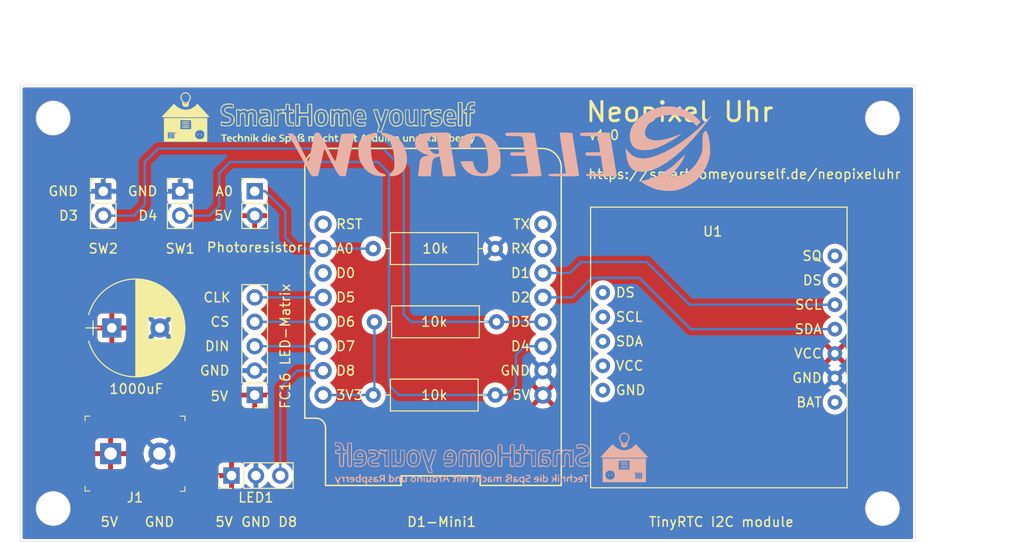
<source format=kicad_pcb>
(kicad_pcb (version 20241229) (generator "pcbnew") (generator_version "9.0")
  (layers (0 "F.Cu" signal) (2 "B.Cu" signal) (13 "F.Paste" user) (15 "B.Paste" user) (5 "F.SilkS" user) (7 "B.SilkS" user) (1 "F.Mask" user) (3 "B.Mask" user) (25 "Edge.Cuts" user))
  (net 0 "")
  (net 1 "GND")
  (net 2 "5V")
  (net 3 "Photoresistor")
  (net 4 "3.3V")
  (net 5 "LED-Matrix-CLK")
  (net 6 "LED-Matrix-CS")
  (net 7 "LED-Matrix-DIN")
  (net 8 "Taster-1")
  (net 9 "Taster-2")
  (net 10 "Net-(U1-Pad1)")
  (net 11 "Net-(U1-Pad2)")
  (net 12 "Net-(U1-Pad3)")
  (net 13 "Net-(U1-Pad4)")
  (net 14 "Net-(U1-Pad5)")
  (net 15 "Net-(U1-Pad6)")
  (net 16 "RTC-SCL")
  (net 17 "RTC-SDA")
  (net 18 "Neopixel-Ring")
  (net 19 "Net-(D1-Mini1-Pad3)")
  (net 20 "Net-(D1-Mini1-Pad15)")
  (net 21 "Net-(D1-Mini1-Pad1)")
  (net 22 "Net-(D1-Mini1-Pad16)")
  (net 23 "Net-(U1-Pad7)")
  (net 24 "Net-(U1-Pad12)")
  (footprint "Capacitors_THT:CP_Radial_D10.0mm_P5.00mm" (layer "F.Cu") (at 116.967 111.887)
    (property "Reference" "1000uF" (at 2.54 6.35 0) (layer "F.SilkS"))
    (property "Value" "CP")
    (pad "1" thru_hole rect (at 0 0) (size 2 2) (drill 1) (layers "*.Cu" "*.Mask") (net 2 "5V"))
    (pad "2" thru_hole circle (at 5 0) (size 2 2) (drill 1) (layers "*.Cu" "*.Mask") (net 1 "GND"))
  )
  (footprint "Resistors_THT:R_Axial_DIN0309_L9.0mm_D3.2mm_P12.70mm_Horizontal" (layer "F.Cu") (at 156.845 103.632 180)
    (property "Reference" "10k" (at 6.223 0 0) (layer "F.SilkS"))
    (property "Value" "R")
    (pad "1" thru_hole circle (at 0 0 180) (size 1.6 1.6) (drill 0.8) (layers "*.Cu" "*.Mask") (net 1 "GND"))
    (pad "2" thru_hole oval (at 12.7 0 180) (size 1.6 1.6) (drill 0.8) (layers "*.Cu" "*.Mask") (net 3 "Photoresistor"))
  )
  (footprint "Resistors_THT:R_Axial_DIN0309_L9.0mm_D3.2mm_P12.70mm_Horizontal" (layer "F.Cu") (at 144.145 118.872)
    (property "Reference" "10k" (at 6.35 0 0) (layer "F.SilkS"))
    (property "Value" "R")
    (pad "1" thru_hole circle (at 0 0) (size 1.6 1.6) (drill 0.8) (layers "*.Cu" "*.Mask") (net 4 "3.3V"))
    (pad "2" thru_hole oval (at 12.7 0) (size 1.6 1.6) (drill 0.8) (layers "*.Cu" "*.Mask") (net 8 "Taster-1"))
  )
  (footprint "Resistors_THT:R_Axial_DIN0309_L9.0mm_D3.2mm_P12.70mm_Horizontal" (layer "F.Cu") (at 144.272 111.252)
    (property "Reference" "10k" (at 6.223 0 0) (layer "F.SilkS"))
    (property "Value" "R")
    (pad "1" thru_hole circle (at 0 0) (size 1.6 1.6) (drill 0.8) (layers "*.Cu" "*.Mask") (net 4 "3.3V"))
    (pad "2" thru_hole oval (at 12.7 0) (size 1.6 1.6) (drill 0.8) (layers "*.Cu" "*.Mask") (net 9 "Taster-2"))
  )
  (footprint "wemos-d1-mini:wemos-d1-mini-connectors-only" (layer "F.Cu") (at 150.368 109.982 90)
    (property "Reference" "D1-Mini1" (at -22.098 0.889 0) (layer "F.SilkS"))
    (property "Value" "WeMos_D1_mini")
    (fp_text user "RX" (at 6.35 10.16 0) (layer "F.SilkS") (effects (justify right)))
    (fp_text user "D0" (at 3.81 -10.16 0) (layer "F.SilkS") (effects (justify left)))
    (fp_text user "D1" (at 3.81 10.16 0) (layer "F.SilkS") (effects (justify right)))
    (fp_text user "RST" (at 8.89 -10.16 0) (layer "F.SilkS") (effects (justify left)))
    (fp_text user "D7" (at -3.81 -10.16 0) (layer "F.SilkS") (effects (justify left)))
    (fp_text user "D6" (at -1.27 -10.16 0) (layer "F.SilkS") (effects (justify left)))
    (fp_text user "D4" (at -3.81 10.16 0) (layer "F.SilkS") (effects (justify right)))
    (fp_text user "D3" (at -1.27 10.16 0) (layer "F.SilkS") (effects (justify right)))
    (fp_text user "TX" (at 8.89 10.16 0) (layer "F.SilkS") (effects (justify right)))
    (fp_text user "5V" (at -8.89 10.16 0) (layer "F.SilkS") (effects (justify right)))
    (fp_text user "D8" (at -6.35 -10.16 0) (layer "F.SilkS") (effects (justify left)))
    (fp_text user "A0" (at 6.35 -10.16 0) (layer "F.SilkS") (effects (justify left)))
    (fp_text user "GND" (at -6.35 10.16 0) (layer "F.SilkS") (effects (justify right)))
    (fp_text user "D5" (at 1.27 -10.16 0) (layer "F.SilkS") (effects (justify left)))
    (fp_text user "D2" (at 1.27 10.16 0) (layer "F.SilkS") (effects (justify right)))
    (fp_text user "3V3" (at -8.89 -10.16 0) (layer "F.SilkS") (effects (justify left)))
    (pad "1" thru_hole circle (at 8.89 -11.43 90) (size 1.8 1.8) (drill 1.016) (layers "*.Cu" "*.Mask") (net 21 "Net-(D1-Mini1-Pad1)"))
    (pad "2" thru_hole circle (at 6.35 -11.43 90) (size 1.8 1.8) (drill 1.016) (layers "*.Cu" "*.Mask") (net 3 "Photoresistor"))
    (pad "3" thru_hole circle (at 3.81 -11.43 90) (size 1.8 1.8) (drill 1.016) (layers "*.Cu" "*.Mask") (net 19 "Net-(D1-Mini1-Pad3)"))
    (pad "4" thru_hole circle (at 1.27 -11.43 90) (size 1.8 1.8) (drill 1.016) (layers "*.Cu" "*.Mask") (net 5 "LED-Matrix-CLK"))
    (pad "5" thru_hole circle (at -1.27 -11.43 90) (size 1.8 1.8) (drill 1.016) (layers "*.Cu" "*.Mask") (net 6 "LED-Matrix-CS"))
    (pad "6" thru_hole circle (at -3.81 -11.43 90) (size 1.8 1.8) (drill 1.016) (layers "*.Cu" "*.Mask") (net 7 "LED-Matrix-DIN"))
    (pad "7" thru_hole circle (at -6.35 -11.43 90) (size 1.8 1.8) (drill 1.016) (layers "*.Cu" "*.Mask") (net 18 "Neopixel-Ring"))
    (pad "8" thru_hole circle (at -8.89 -11.43 90) (size 1.8 1.8) (drill 1.016) (layers "*.Cu" "*.Mask") (net 4 "3.3V"))
    (pad "9" thru_hole circle (at -8.89 11.43 90) (size 1.8 1.8) (drill 1.016) (layers "*.Cu" "*.Mask") (net 2 "5V"))
    (pad "10" thru_hole circle (at -6.35 11.43 90) (size 1.8 1.8) (drill 1.016) (layers "*.Cu" "*.Mask") (net 1 "GND"))
    (pad "11" thru_hole circle (at -3.81 11.43 90) (size 1.8 1.8) (drill 1.016) (layers "*.Cu" "*.Mask") (net 8 "Taster-1"))
    (pad "12" thru_hole circle (at -1.27 11.43 90) (size 1.8 1.8) (drill 1.016) (layers "*.Cu" "*.Mask") (net 9 "Taster-2"))
    (pad "13" thru_hole circle (at 1.27 11.43 90) (size 1.8 1.8) (drill 1.016) (layers "*.Cu" "*.Mask") (net 17 "RTC-SDA"))
    (pad "14" thru_hole circle (at 3.81 11.43 90) (size 1.8 1.8) (drill 1.016) (layers "*.Cu" "*.Mask") (net 16 "RTC-SCL"))
    (pad "15" thru_hole circle (at 6.35 11.43 90) (size 1.8 1.8) (drill 1.016) (layers "*.Cu" "*.Mask") (net 20 "Net-(D1-Mini1-Pad15)"))
    (pad "16" thru_hole circle (at 8.89 11.43 90) (size 1.8 1.8) (drill 1.016) (layers "*.Cu" "*.Mask") (net 22 "Net-(D1-Mini1-Pad16)"))
  )
  (footprint "Pin_Headers:Pin_Header_Straight_1x05_Pitch2.54mm" (layer "F.Cu") (at 131.826 118.872 180)
    (property "Reference" "FC16 LED-Matrix" (at -3.175 5.08 90) (layer "F.SilkS"))
    (property "Value" "ledmatrix")
    (pad "1" thru_hole rect (at 0 0 180) (size 1.7 1.7) (drill 1) (layers "*.Cu" "*.Mask") (net 2 "5V"))
    (pad "2" thru_hole oval (at 0 2.54 180) (size 1.7 1.7) (drill 1) (layers "*.Cu" "*.Mask") (net 1 "GND"))
    (pad "3" thru_hole oval (at 0 5.08 180) (size 1.7 1.7) (drill 1) (layers "*.Cu" "*.Mask") (net 7 "LED-Matrix-DIN"))
    (pad "4" thru_hole oval (at 0 7.62 180) (size 1.7 1.7) (drill 1) (layers "*.Cu" "*.Mask") (net 6 "LED-Matrix-CS"))
    (pad "5" thru_hole oval (at 0 10.16 180) (size 1.7 1.7) (drill 1) (layers "*.Cu" "*.Mask") (net 5 "LED-Matrix-CLK"))
  )
  (footprint "digikey-footprints:Term_Block_1x2_P5.08MM" (layer "F.Cu") (at 116.84 124.968)
    (property "Reference" "J1" (at 2.54 4.572 0) (layer "F.SilkS"))
    (property "Value" "5V Input")
    (pad "1" thru_hole rect (at 0 0) (size 2.2 2.2) (drill 1.3) (layers "*.Cu" "*.Mask") (net 2 "5V"))
    (pad "2" thru_hole circle (at 5.08 0) (size 2.3 2.3) (drill 1.3) (layers "*.Cu" "*.Mask") (net 1 "GND"))
  )
  (footprint "Pin_Headers:Pin_Header_Straight_1x02_Pitch2.54mm" (layer "F.Cu") (at 124.079 97.663)
    (property "Reference" "SW1" (at 0 5.969 0) (layer "F.SilkS"))
    (property "Value" "BTN1")
    (pad "1" thru_hole rect (at 0 0) (size 1.7 1.7) (drill 1) (layers "*.Cu" "*.Mask") (net 1 "GND"))
    (pad "2" thru_hole oval (at 0 2.54) (size 1.7 1.7) (drill 1) (layers "*.Cu" "*.Mask") (net 8 "Taster-1"))
  )
  (footprint "Pin_Headers:Pin_Header_Straight_1x02_Pitch2.54mm" (layer "F.Cu") (at 116.078 97.663)
    (property "Reference" "SW2" (at 0 5.969 0) (layer "F.SilkS"))
    (property "Value" "BTN2")
    (pad "1" thru_hole rect (at 0 0) (size 1.7 1.7) (drill 1) (layers "*.Cu" "*.Mask") (net 1 "GND"))
    (pad "2" thru_hole oval (at 0 2.54) (size 1.7 1.7) (drill 1) (layers "*.Cu" "*.Mask") (net 9 "Taster-2"))
  )
  (footprint "Pin_Headers:Pin_Header_Straight_1x03_Pitch2.54mm" (layer "F.Cu") (at 129.413 127.254 90)
    (property "Reference" "LED1" (at -2.286 2.54 180) (layer "F.SilkS"))
    (property "Value" "WS2812B")
    (pad "1" thru_hole rect (at 0 0 90) (size 1.7 1.7) (drill 1) (layers "*.Cu" "*.Mask") (net 2 "5V"))
    (pad "2" thru_hole oval (at 0 2.54 90) (size 1.7 1.7) (drill 1) (layers "*.Cu" "*.Mask") (net 1 "GND"))
    (pad "3" thru_hole oval (at 0 5.08 90) (size 1.7 1.7) (drill 1) (layers "*.Cu" "*.Mask") (net 18 "Neopixel-Ring"))
  )
  (footprint "Pin_Headers:Pin_Header_Straight_1x02_Pitch2.54mm" (layer "F.Cu") (at 131.826 97.663)
    (property "Reference" "Photoresistor" (at 0 5.842 0) (layer "F.SilkS"))
    (property "Value" "R_PHOTO")
    (pad "1" thru_hole rect (at 0 0) (size 1.7 1.7) (drill 1) (layers "*.Cu" "*.Mask") (net 3 "Photoresistor"))
    (pad "2" thru_hole oval (at 0 2.54) (size 1.7 1.7) (drill 1) (layers "*.Cu" "*.Mask") (net 2 "5V"))
  )
  (footprint "rtc:tinyRTC I2C" (layer "F.Cu") (at 179.451 100.584)
    (property "Reference" "U1" (at 0 1.27 0) (layer "F.SilkS"))
    (property "Value" "TinyRTC-I2C")
    (fp_text user "SDA" (at 11.43 11.43 0) (layer "F.SilkS") (effects (justify right)))
    (fp_text user "SCL" (at 11.43 8.89 0) (layer "F.SilkS") (effects (justify right)))
    (fp_text user "VCC" (at 11.43 13.97 0) (layer "F.SilkS") (effects (justify right)))
    (fp_text user "SDA" (at -10.16 12.7 0) (layer "F.SilkS") (effects (justify left)))
    (fp_text user "GND" (at 11.43 16.51 0) (layer "F.SilkS") (effects (justify right)))
    (fp_text user "DS" (at 11.43 6.35 0) (layer "F.SilkS") (effects (justify right)))
    (fp_text user "VCC" (at -10.16 15.24 0) (layer "F.SilkS") (effects (justify left)))
    (fp_text user "SQ" (at 11.43 3.81 0) (layer "F.SilkS") (effects (justify right)))
    (fp_text user "GND" (at -10.16 17.78 0) (layer "F.SilkS") (effects (justify left)))
    (fp_text user "DS" (at -10.16 7.62 0) (layer "F.SilkS") (effects (justify left)))
    (fp_text user "BAT" (at 11.43 19.05 0) (layer "F.SilkS") (effects (justify right)))
    (fp_text user "SCL" (at -10.16 10.16 0) (layer "F.SilkS") (effects (justify left)))
    (pad "1" thru_hole circle (at -11.43 7.62) (size 1.524 1.524) (drill 0.762) (layers "*.Cu" "*.Mask") (net 10 "Net-(U1-Pad1)"))
    (pad "2" thru_hole circle (at -11.43 10.16) (size 1.524 1.524) (drill 0.762) (layers "*.Cu" "*.Mask") (net 11 "Net-(U1-Pad2)"))
    (pad "3" thru_hole circle (at -11.43 12.7) (size 1.524 1.524) (drill 0.762) (layers "*.Cu" "*.Mask") (net 12 "Net-(U1-Pad3)"))
    (pad "4" thru_hole circle (at -11.43 15.24) (size 1.524 1.524) (drill 0.762) (layers "*.Cu" "*.Mask") (net 13 "Net-(U1-Pad4)"))
    (pad "5" thru_hole circle (at -11.43 17.78) (size 1.524 1.524) (drill 0.762) (layers "*.Cu" "*.Mask") (net 14 "Net-(U1-Pad5)"))
    (pad "6" thru_hole circle (at 12.7 3.81) (size 1.524 1.524) (drill 0.762) (layers "*.Cu" "*.Mask") (net 15 "Net-(U1-Pad6)"))
    (pad "7" thru_hole circle (at 12.7 6.35 90) (size 1.524 1.524) (drill 0.762) (layers "*.Cu" "*.Mask") (net 23 "Net-(U1-Pad7)"))
    (pad "8" thru_hole circle (at 12.7 8.89) (size 1.524 1.524) (drill 0.762) (layers "*.Cu" "*.Mask") (net 16 "RTC-SCL"))
    (pad "9" thru_hole circle (at 12.7 11.43) (size 1.524 1.524) (drill 0.762) (layers "*.Cu" "*.Mask") (net 17 "RTC-SDA"))
    (pad "10" thru_hole circle (at 12.7 13.97) (size 1.524 1.524) (drill 0.762) (layers "*.Cu" "*.Mask") (net 2 "5V"))
    (pad "11" thru_hole circle (at 12.7 16.51) (size 1.524 1.524) (drill 0.762) (layers "*.Cu" "*.Mask") (net 1 "GND"))
    (pad "12" thru_hole circle (at 12.7 19.05) (size 1.524 1.524) (drill 0.762) (layers "*.Cu" "*.Mask") (net 24 "Net-(U1-Pad12)"))
  )
  (footprint "OWN_GRAPHICS:SHYS-Logo_small" (layer "F.Cu") (at 138.43 90.043)
    (property "Reference" "G***" (hide yes))
    (property "Value" "LOGO" (hide yes))
  )
  (footprint "OWN_GRAPHICS:SHYS-Logo_small" (layer "B.Cu") (at 156.464 125.476 180)
    (property "Reference" "G***" (hide yes))
    (property "Value" "LOGO" (hide yes))
  )
  (footprint "_KiCad-Logos:elecrow_45x9" (layer "B.Cu") (at 157.607 93.091 180)
    (property "Reference" "G***")
    (property "Value" "LOGO" (hide yes))
  )
  (gr_line (start 107.442 86.614) (end 200.533 86.614) (stroke (width 0.05)) (layer "Edge.Cuts"))
  (gr_circle (center 197.104 90.043) (end 195.326 90.043) (stroke (width 0.05)) (fill no) (layer "Edge.Cuts"))
  (gr_circle (center 197.104 130.683) (end 195.326 130.683) (stroke (width 0.05)) (fill no) (layer "Edge.Cuts"))
  (gr_circle (center 110.871 130.683) (end 109.093 130.683) (stroke (width 0.05)) (fill no) (layer "Edge.Cuts"))
  (gr_circle (center 110.871 90.043) (end 109.093 90.043) (stroke (width 0.05)) (fill no) (layer "Edge.Cuts"))
  (gr_line (start 107.442 134.112) (end 107.442 86.614) (stroke (width 0.05)) (layer "Edge.Cuts"))
  (gr_line (start 200.533 86.614) (end 200.533 134.112) (stroke (width 0.05)) (layer "Edge.Cuts"))
  (gr_line (start 200.533 134.112) (end 107.442 134.112) (stroke (width 0.05)) (layer "Edge.Cuts"))
  (gr_text "D3" (at 113.538 100.203 0) (layer "F.SilkS") (effects (font (size 1 1)) (justify right)))
  (gr_text "5V" (at 129.54 100.203 0) (layer "F.SilkS") (effects (font (size 1 1)) (justify right)))
  (gr_text "CS" (at 129.286 111.252 0) (layer "F.SilkS") (effects (font (size 1 1)) (justify right)))
  (gr_text "5V" (at 128.651 132.08 0) (layer "F.SilkS") (effects (font (size 1 1))))
  (gr_text "DIN" (at 129.286 113.792 0) (layer "F.SilkS") (effects (font (size 1 1)) (justify right)))
  (gr_text "A0" (at 129.667 97.663 0) (layer "F.SilkS") (effects (font (size 1 1)) (justify right)))
  (gr_text "5V" (at 116.713 132.08 0) (layer "F.SilkS") (effects (font (size 1 1))))
  (gr_text "5V" (at 129.159 118.999 0) (layer "F.SilkS") (effects (font (size 1 1)) (justify right)))
  (gr_text "CLK" (at 129.413 108.712 0) (layer "F.SilkS") (effects (font (size 1 1)) (justify right)))
  (gr_text "GND" (at 121.92 132.08 0) (layer "F.SilkS") (effects (font (size 1 1))))
  (gr_text "GND" (at 121.793 97.663 0) (layer "F.SilkS") (effects (font (size 1 1)) (justify right)))
  (gr_text "GND" (at 129.286 116.332 0) (layer "F.SilkS") (effects (font (size 1 1)) (justify right)))
  (gr_text "TinyRTC I2C module" (at 180.34 132.08 0) (layer "F.SilkS") (effects (font (size 1 1))))
  (gr_text "GND" (at 131.953 132.08 0) (layer "F.SilkS") (effects (font (size 1 1))))
  (gr_text "D8" (at 135.255 132.08 0) (layer "F.SilkS") (effects (font (size 1 1))))
  (gr_text "D4" (at 121.793 100.203 0) (layer "F.SilkS") (effects (font (size 1 1)) (justify right)))
  (gr_text "GND" (at 113.538 97.663 0) (layer "F.SilkS") (effects (font (size 1 1)) (justify right)))
  (gr_text "Neopixel Uhr" (at 176.022 89.408 0) (layer "F.SilkS") (effects (font (size 2 2) (thickness 0.3))))
  (gr_text "https://smarthomeyourself.de/neopixeluhr" (at 182.753 95.885 0) (layer "F.SilkS") (effects (font (size 1 1))))
  (gr_text "v1.0" (at 168.148 91.821 0) (layer "F.SilkS") (effects (font (size 1 1))))
  (segment (start 131.826 97.663) (end 132.926 97.663) (width 0.25) (layer "B.Cu") (net 3))
  (segment (start 140.210792 103.632) (end 144.145 103.632) (width 0.25) (layer "B.Cu") (net 3))
  (segment (start 132.926 97.663) (end 135.001 99.738) (width 0.25) (layer "B.Cu") (net 3))
  (segment (start 135.001 102.489) (end 136.144 103.632) (width 0.25) (layer "B.Cu") (net 3))
  (segment (start 135.001 99.738) (end 135.001 102.489) (width 0.25) (layer "B.Cu") (net 3))
  (segment (start 138.938 103.632) (end 140.210792 103.632) (width 0.25) (layer "B.Cu") (net 3))
  (segment (start 136.144 103.632) (end 138.938 103.632) (width 0.25) (layer "B.Cu") (net 3))
  (segment (start 138.938 118.872) (end 140.210792 118.872) (width 0.25) (layer "B.Cu") (net 4))
  (segment (start 140.210792 118.872) (end 144.145 118.872) (width 0.25) (layer "B.Cu") (net 4))
  (segment (start 144.272 118.745) (end 144.145 118.872) (width 0.25) (layer "B.Cu") (net 4))
  (segment (start 144.272 111.252) (end 144.272 118.745) (width 0.25) (layer "B.Cu") (net 4))
  (segment (start 133.028081 108.712) (end 138.938 108.712) (width 0.25) (layer "B.Cu") (net 5))
  (segment (start 131.826 108.712) (end 133.028081 108.712) (width 0.25) (layer "B.Cu") (net 5))
  (segment (start 133.028081 111.252) (end 138.938 111.252) (width 0.25) (layer "B.Cu") (net 6))
  (segment (start 131.826 111.252) (end 133.028081 111.252) (width 0.25) (layer "B.Cu") (net 6))
  (segment (start 131.826 113.792) (end 138.938 113.792) (width 0.25) (layer "B.Cu") (net 7))
  (segment (start 144.653 94.615) (end 145.796 95.758) (width 0.25) (layer "B.Cu") (net 8))
  (segment (start 157.97637 118.872) (end 159.004 117.84437) (width 0.25) (layer "B.Cu") (net 8))
  (segment (start 146.812 118.872) (end 156.845 118.872) (width 0.25) (layer "B.Cu") (net 8))
  (segment (start 159.893 113.792) (end 161.798 113.792) (width 0.25) (layer "B.Cu") (net 8))
  (segment (start 128.143 99.187) (end 128.143 95.758) (width 0.25) (layer "B.Cu") (net 8))
  (segment (start 127.127 100.203) (end 128.143 99.187) (width 0.25) (layer "B.Cu") (net 8))
  (segment (start 129.286 94.615) (end 144.653 94.615) (width 0.25) (layer "B.Cu") (net 8))
  (segment (start 156.845 118.872) (end 157.97637 118.872) (width 0.25) (layer "B.Cu") (net 8))
  (segment (start 124.079 100.203) (end 127.127 100.203) (width 0.25) (layer "B.Cu") (net 8))
  (segment (start 145.796 117.856) (end 146.812 118.872) (width 0.25) (layer "B.Cu") (net 8))
  (segment (start 145.796 95.758) (end 145.796 117.856) (width 0.25) (layer "B.Cu") (net 8))
  (segment (start 159.004 117.84437) (end 159.004 114.681) (width 0.25) (layer "B.Cu") (net 8))
  (segment (start 128.143 95.758) (end 129.286 94.615) (width 0.25) (layer "B.Cu") (net 8))
  (segment (start 159.004 114.681) (end 159.893 113.792) (width 0.25) (layer "B.Cu") (net 8))
  (segment (start 148.082 111.252) (end 156.972 111.252) (width 0.25) (layer "B.Cu") (net 9))
  (segment (start 120.396 99.06) (end 120.396 94.615) (width 0.25) (layer "B.Cu") (net 9))
  (segment (start 161.798 111.252) (end 160.525208 111.252) (width 0.25) (layer "B.Cu") (net 9))
  (segment (start 120.396 94.615) (end 121.793 93.218) (width 0.25) (layer "B.Cu") (net 9))
  (segment (start 116.078 100.203) (end 119.253 100.203) (width 0.25) (layer "B.Cu") (net 9))
  (segment (start 160.525208 111.252) (end 156.972 111.252) (width 0.25) (layer "B.Cu") (net 9))
  (segment (start 147.32 110.49) (end 148.082 111.252) (width 0.25) (layer "B.Cu") (net 9))
  (segment (start 119.253 100.203) (end 120.396 99.06) (width 0.25) (layer "B.Cu") (net 9))
  (segment (start 147.32 95.377) (end 147.32 110.49) (width 0.25) (layer "B.Cu") (net 9))
  (segment (start 145.161 93.218) (end 147.32 95.377) (width 0.25) (layer "B.Cu") (net 9))
  (segment (start 121.793 93.218) (end 145.161 93.218) (width 0.25) (layer "B.Cu") (net 9))
  (segment (start 161.798 106.172) (end 164.592 106.172) (width 0.25) (layer "B.Cu") (net 16))
  (segment (start 165.735 105.029) (end 172.593 105.029) (width 0.25) (layer "B.Cu") (net 16))
  (segment (start 164.592 106.172) (end 165.735 105.029) (width 0.25) (layer "B.Cu") (net 16))
  (segment (start 172.593 105.029) (end 177.038 109.474) (width 0.25) (layer "B.Cu") (net 16))
  (segment (start 177.038 109.474) (end 192.151 109.474) (width 0.25) (layer "B.Cu") (net 16))
  (segment (start 171.831 106.68) (end 177.165 112.014) (width 0.25) (layer "B.Cu") (net 17))
  (segment (start 166.878 106.68) (end 171.831 106.68) (width 0.25) (layer "B.Cu") (net 17))
  (segment (start 164.846 108.712) (end 166.878 106.68) (width 0.25) (layer "B.Cu") (net 17))
  (segment (start 161.798 108.712) (end 164.846 108.712) (width 0.25) (layer "B.Cu") (net 17))
  (segment (start 177.165 112.014) (end 192.151 112.014) (width 0.25) (layer "B.Cu") (net 17))
  (segment (start 136.271 116.332) (end 134.493 118.11) (width 0.25) (layer "B.Cu") (net 18))
  (segment (start 138.938 116.332) (end 136.271 116.332) (width 0.25) (layer "B.Cu") (net 18))
  (segment (start 134.493 118.11) (end 134.493 127.254) (width 0.25) (layer "B.Cu") (net 18))
  (zone (net 2) (net_name "5V") (layer "F.Cu") (connect_pads (clearance 0.508)) (min_thickness 0.254) (fill yes (thermal_gap 0.508) (thermal_bridge_width 0.508))
    (polygon (pts (xy 200.279 133.858) (xy 107.696 133.858) (xy 107.696 86.868) (xy 200.279 86.868)))
  )
  (zone (net 1) (net_name "GND") (layer "B.Cu") (connect_pads (clearance 0.508)) (min_thickness 0.254) (fill yes (thermal_gap 0.508) (thermal_bridge_width 0.508))
    (polygon (pts (xy 200.279 133.858) (xy 107.696 133.858) (xy 107.696 86.868) (xy 200.279 86.868)))
  )
)
</source>
